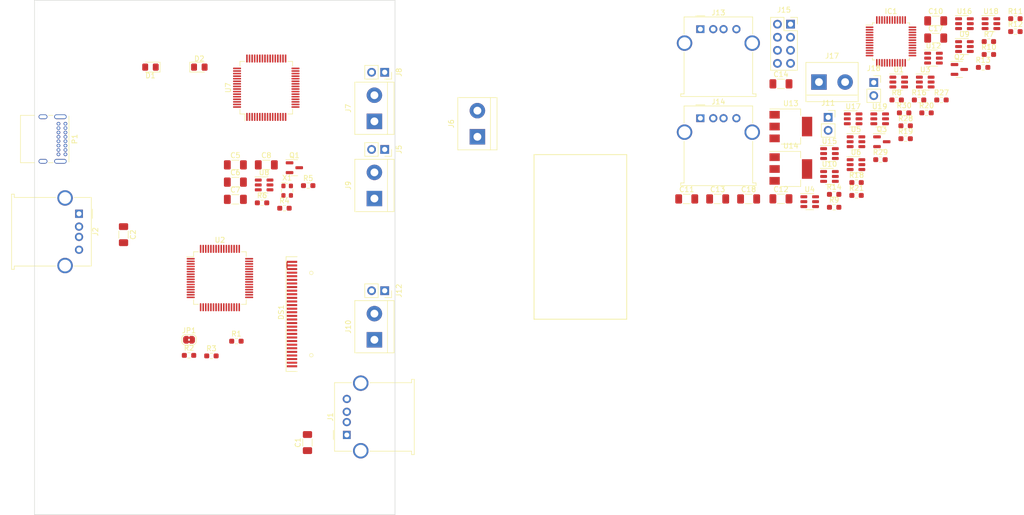
<source format=kicad_pcb>
(kicad_pcb (version 20211014) (generator pcbnew)
  (layers (0 "F.Cu" signal) (31 "B.Cu" signal) (34 "B.Paste" user) (35 "F.Paste" user) (36 "B.SilkS" user "B.Silkscreen") (37 "F.SilkS" user "F.Silkscreen") (38 "B.Mask" user) (39 "F.Mask" user) (44 "Edge.Cuts" user))
  (net 0 "")
  (net 1 "Net-(C1-Pad1)")
  (net 2 "GND")
  (net 3 "/USBx_5V")
  (net 4 "+1V8")
  (net 5 "Net-(IC1-Pad2)")
  (net 6 "Net-(IC1-Pad3)")
  (net 7 "/USB4_DM")
  (net 8 "/USB4_DP")
  (net 9 "/USB3_DM")
  (net 10 "/USB3_DP")
  (net 11 "/USB2_DM")
  (net 12 "/USB2_DP")
  (net 13 "/USB1_DM")
  (net 14 "/USB1_DP")
  (net 15 "Net-(IC1-Pad27)")
  (net 16 "/USBIN_M")
  (net 18 "/USBIN_P")
  (net 19 "/FT2232_DM")
  (net 21 "/FT2232_DP")
  (net 22 "/STM32_DM")
  (net 23 "/STM32_DP")
  (net 24 "/USBEXT_DM")
  (net 25 "/USBEXT_DP")
  (net 26 "/FE21_RST")
  (net 27 "VBUS")
  (net 38 "Net-(IC1-Pad44)")
  (net 39 "Net-(F1-Pad2)")
  (net 40 "Net-(J1-Pad2)")
  (net 41 "Net-(J1-Pad3)")
  (net 42 "Net-(J2-Pad2)")
  (net 43 "Net-(J2-Pad3)")
  (net 44 "Net-(J9-Pad1)")
  (net 45 "Net-(J6-Pad1)")
  (net 48 "Net-(J7-Pad1)")
  (net 51 "Net-(J10-Pad1)")
  (net 52 "Net-(J13-Pad2)")
  (net 53 "Net-(J13-Pad3)")
  (net 54 "Net-(J14-Pad2)")
  (net 55 "Net-(J14-Pad3)")
  (net 56 "Net-(J17-Pad1)")
  (net 66 "Net-(P1-PadA6)")
  (net 67 "Net-(P1-PadA7)")
  (net 68 "Net-(D1-Pad1)")
  (net 69 "Net-(D1-Pad2)")
  (net 70 "Net-(D2-Pad1)")
  (net 71 "Net-(D2-Pad2)")
  (net 73 "/USB1_PWR_ENA")
  (net 74 "Net-(Q1-Pad3)")
  (net 77 "/VBUS_SUCC_ENA")
  (net 79 "Net-(C9-Pad1)")
  (net 81 "Net-(Q3-Pad1)")
  (net 82 "/EXT_PS_DET")
  (net 83 "/EXT_PS_VLT")
  (net 84 "+VDC")
  (net 85 "Net-(R10-Pad1)")
  (net 86 "+VSW")
  (net 87 "/VPROG_PWM")
  (net 88 "/5V_VLT")
  (net 89 "/VPROG_VLT")
  (net 90 "Net-(U7-Pad6)")
  (net 91 "/FT2232_RST")
  (net 95 "Net-(U2-Pad12)")
  (net 97 "/EXT_PS_OUT_CURR")
  (net 98 "/5V_OUT_CURR")
  (net 99 "/3V3_OUT_CURR")
  (net 100 "/1V8_OUT_CURR")
  (net 101 "/VPROG_OUT_CURR")
  (net 102 "/5V_CURR")
  (net 103 "Net-(U7-Pad4)")
  (net 104 "/VCCIO_SEL")
  (net 105 "Net-(U7-Pad49)")
  (net 106 "Net-(U7-Pad61)")
  (net 107 "Net-(U7-Pad62)")
  (net 108 "/USB1_CURR")
  (net 109 "Net-(L1-Pad1)")
  (net 113 "Net-(L2-Pad1)")
  (net 119 "/TCK")
  (net 120 "/TDI")
  (net 121 "/TDO")
  (net 122 "/TMS")
  (net 123 "/UART_3V3")
  (net 124 "/RTS")
  (net 125 "/DTR")
  (net 126 "/RXD")
  (net 127 "/TXD")
  (net 128 "/UART_5V")
  (net 129 "Net-(JP1-Pad2)")
  (net 130 "+3V3")
  (net 189 "Net-(DS1-Pad2)")
  (net 190 "Net-(DS1-Pad3)")
  (net 191 "Net-(DS1-Pad4)")
  (net 192 "Net-(DS1-Pad5)")
  (net 193 "Net-(DS1-Pad27)")
  (net 194 "Net-(DS1-Pad26)")
  (net 195 "/OLED_CS")
  (net 196 "/OLED_RST")
  (net 197 "Net-(DS1-Pad15)")
  (net 198 "/OLED_CLK")
  (net 199 "/OLED_MOSI")
  (net 200 "+5V")
  (footprint "Capacitor_SMD:C_1206_3216Metric_Pad1.33x1.80mm_HandSolder" (layer "F.Cu") (at 117.28 75.5625 -90)
    (fp_text reference "C2")
    (fp_text value "10u")
  )
  (footprint "Package_TO_SOT_SMD:SOT-23-6" (layer "F.Cu") (at 259.52 61.95)
    (fp_text reference "U6")
    (fp_text value "INA181")
  )
  (footprint "Capacitor_SMD:C_1206_3216Metric_Pad1.33x1.80mm_HandSolder" (layer "F.Cu") (at 139 65.35)
    (fp_text reference "C6")
    (fp_text value "10u")
  )
  (footprint "Capacitor_SMD:C_1206_3216Metric_Pad1.33x1.80mm_HandSolder" (layer "F.Cu") (at 244.95 46.25)
    (fp_text reference "C14")
    (fp_text value "10u")
  )
  (footprint "Package_QFP:LQFP-64_10x10mm_P0.5mm" (layer "F.Cu") (at 145 47 90)
    (fp_text reference "U7")
    (fp_text value "FT2232HL")
  )
  (footprint "Connector_USB:USB_A_Molex_67643_Horizontal" (layer "F.Cu") (at 108.64 71.5 -90)
    (fp_text reference "J2")
    (fp_text value "USB2")
  )
  (footprint "Capacitor_SMD:C_1206_3216Metric_Pad1.33x1.80mm_HandSolder" (layer "F.Cu") (at 226.65 68.62)
    (fp_text reference "C11")
    (fp_text value "10u")
  )
  (footprint "Connector_PinSocket_2.54mm:PinSocket_1x02_P2.54mm_Vertical" (layer "F.Cu") (at 262.97 46)
    (fp_text reference "J18")
    (fp_text value "EXT_PS_OUT")
  )
  (footprint "Capacitor_SMD:C_1206_3216Metric_Pad1.33x1.80mm_HandSolder" (layer "F.Cu") (at 244.95 68.6)
    (fp_text reference "C12")
    (fp_text value "10u")
  )
  (footprint "Connector_USB:USB_A_Molex_67643_Horizontal" (layer "F.Cu") (at 229.298208 35.62)
    (fp_text reference "J13")
    (fp_text value "USB2")
  )
  (footprint "Connector_USB:USB_C_Receptacle_GCT_USB4085" (layer "F.Cu") (at 106 54 -90)
    (fp_text reference "P1")
    (fp_text value "USB_C_Plug_USB2.0")
  )
  (footprint "Display:OLED-128O064D" (layer "F.Cu") (at 150 91 -90)
    (fp_text reference "DS1")
    (fp_text value "OLED-128O064D")
  )
  (footprint "Capacitor_SMD:C_1206_3216Metric_Pad1.33x1.80mm_HandSolder" (layer "F.Cu") (at 238.67 68.62)
    (fp_text reference "C18")
    (fp_text value "10u")
  )
  (footprint "Capacitor_SMD:C_1206_3216Metric_Pad1.33x1.80mm_HandSolder" (layer "F.Cu") (at 139 62)
    (fp_text reference "C5")
    (fp_text value "10u")
  )
  (footprint "Package_TO_SOT_SMD:SOT-23-6" (layer "F.Cu") (at 285.73 34.55)
    (fp_text reference "U18")
    (fp_text value "USBLC6-2SC6")
  )
  (footprint "Package_TO_SOT_SMD:SOT-23-6" (layer "F.Cu") (at 259.52 57.5)
    (fp_text reference "U5")
    (fp_text value "INA181")
  )
  (footprint "Resistor_SMD:R_0603_1608Metric_Pad0.98x0.95mm_HandSolder" (layer "F.Cu") (at 285.33 38.03)
    (fp_text reference "R7")
    (fp_text value "100k")
  )
  (footprint "Package_QFP:LQFP-48_7x7mm_P0.5mm" (layer "F.Cu") (at 266.32 38)
    (fp_text reference "IC1")
    (fp_text value "FE2.1")
  )
  (footprint "Resistor_SMD:R_0603_1608Metric_Pad0.98x0.95mm_HandSolder" (layer "F.Cu") (at 268.87 51.89)
    (fp_text reference "R30")
    (fp_text value "100k")
  )
  (footprint "Jumper:SolderJumper-2_P1.3mm_Bridged2Bar_RoundedPad1.0x1.5mm" (layer "F.Cu") (at 130 96)
    (fp_text reference "JP1")
    (fp_text value "SWD_ENA")
  )
  (footprint "Resistor_SMD:R_0603_1608Metric_Pad0.98x0.95mm_HandSolder" (layer "F.Cu") (at 259.63 65.43)
    (fp_text reference "R18")
    (fp_text value "100k")
  )
  (footprint "Resistor_SMD:R_0603_1608Metric_Pad0.98x0.95mm_HandSolder" (layer "F.Cu") (at 139.2 96.27)
    (fp_text reference "R1")
    (fp_text value "470")
  )
  (footprint "Package_TO_SOT_SMD:SOT-23" (layer "F.Cu") (at 150.46 62.55)
    (fp_text reference "Q1")
    (fp_text value "AO3401A")
  )
  (footprint "Resistor_SMD:R_0603_1608Metric_Pad0.98x0.95mm_HandSolder" (layer "F.Cu") (at 134.35 99.13)
    (fp_text reference "R3")
    (fp_text value "470")
  )
  (footprint "TerminalBlock:TerminalBlock_bornier-2_P5.08mm" (layer "F.Cu") (at 166 96 90)
    (fp_text reference "J10")
    (fp_text value "VPROG_OUT")
  )
  (footprint "Resistor_SMD:R_0603_1608Metric_Pad0.98x0.95mm_HandSolder" (layer "F.Cu") (at 285.33 40.54)
    (fp_text reference "R10")
    (fp_text value "60k")
  )
  (footprint "Resistor_SMD:R_0603_1608Metric_Pad0.98x0.95mm_HandSolder" (layer "F.Cu") (at 269.16 56.91)
    (fp_text reference "R19")
    (fp_text value "100k")
  )
  (footprint "Resistor_SMD:R_0603_1608Metric_Pad0.98x0.95mm_HandSolder" (layer "F.Cu") (at 259.63 67.94)
    (fp_text reference "R21")
    (fp_text value "100k")
  )
  (footprint "Resistor_SMD:R_0603_1608Metric_Pad0.98x0.95mm_HandSolder" (layer "F.Cu") (at 130 99.03)
    (fp_text reference "R2")
    (fp_text value "470")
  )
  (footprint "Package_TO_SOT_SMD:SOT-23-6" (layer "F.Cu") (at 267.82 45.9)
    (fp_text reference "U1")
    (fp_text value "USBLC6-2SC6")
  )
  (footprint "Connector_USB:USB_A_Molex_67643_Horizontal" (layer "F.Cu") (at 229.298208 52.93)
    (fp_text reference "J14")
    (fp_text value "USB2")
  )
  (footprint "Package_TO_SOT_SMD:SOT-23-6" (layer "F.Cu") (at 254.37 64.25)
    (fp_text reference "U10")
    (fp_text value "TPS565208")
  )
  (footprint "Package_TO_SOT_SMD:SOT-23" (layer "F.Cu") (at 279.59 43.45)
    (fp_text reference "Q2")
    (fp_text value "AO3401A")
  )
  (footprint "Resistor_SMD:R_0603_1608Metric_Pad0.98x0.95mm_HandSolder" (layer "F.Cu") (at 290.48 33.58)
    (fp_text reference "R11")
    (fp_text value "40k")
  )
  (footprint "LED_SMD:LED_0805_2012Metric_Pad1.15x1.40mm_HandSolder" (layer "F.Cu") (at 132 43)
    (fp_text reference "D2")
    (fp_text value "LED")
  )
  (footprint "Package_TO_SOT_SMD:SOT-23-6" (layer "F.Cu") (at 272.97 45.9)
    (fp_text reference "U3")
    (fp_text value "INA181")
  )
  (footprint "Package_TO_SOT_SMD:SOT-23-6" (layer "F.Cu") (at 264.12 53.05)
    (fp_text reference "U19")
    (fp_text value "INA181")
  )
  (footprint "Resistor_SMD:R_0603_1608Metric_Pad0.98x0.95mm_HandSolder" (layer "F.Cu") (at 269.16 54.4)
    (fp_text reference "R28")
    (fp_text value "100k")
  )
  (footprint "Capacitor_SMD:C_1206_3216Metric_Pad1.33x1.80mm_HandSolder" (layer "F.Cu") (at 275 34)
    (fp_text reference "C10")
    (fp_text value "10u")
  )
  (footprint "Package_TO_SOT_SMD:SOT-23-6" (layer "F.Cu") (at 280.58 34.55)
    (fp_text reference "U16")
    (fp_text value "USBLC6-2SC6")
  )
  (footprint "LED_SMD:LED_0805_2012Metric_Pad1.15x1.40mm_HandSolder" (layer "F.Cu") (at 122.5125 43 180)
    (fp_text reference "D1")
    (fp_text value "LED")
  )
  (footprint "Resistor_SMD:R_0603_1608Metric_Pad0.98x0.95mm_HandSolder" (layer "F.Cu") (at 153.14 66.03)
    (fp_text reference "R5")
    (fp_text value "10k")
  )
  (footprint "Capacitor_SMD:C_1206_3216Metric_Pad1.33x1.80mm_HandSolder" (layer "F.Cu") (at 232.66 68.62)
    (fp_text reference "C13")
    (fp_text value "10u")
  )
  (footprint "Resistor_SMD:R_0603_1608Metric_Pad0.98x0.95mm_HandSolder" (layer "F.Cu") (at 148.53 70.42)
    (fp_text reference "R4")
    (fp_text value "10k")
  )
  (footprint "Package_QFP:LQFP-64_10x10mm_P0.5mm" (layer "F.Cu") (at 136 84)
    (fp_text reference "U2")
    (fp_text value "STM32F103RBTx")
  )
  (footprint "Capacitor_SMD:C_1206_3216Metric_Pad1.33x1.80mm_HandSolder" (layer "F.Cu") (at 139 68.7)
    (fp_text reference "C7")
    (fp_text value "10u")
  )
  (footprint "TerminalBlock:TerminalBlock_bornier-2_P5.08mm" (layer "F.Cu") (at 252.33 45.9)
    (fp_text reference "J17")
    (fp_text value "EXT_PS_OUT")
  )
  (footprint "Resistor_SMD:R_0603_1608Metric_Pad0.98x0.95mm_HandSolder" (layer "F.Cu") (at 144.18 69.38)
    (fp_text reference "R6")
    (fp_text value "100k")
  )
  (footprint "Package_TO_SOT_SMD:SOT-23-6" (layer "F.Cu") (at 280.58 39)
    (fp_text reference "U9")
    (fp_text value "INA181")
  )
  (footprint "Capacitor_SMD:C_1206_3216Metric_Pad1.33x1.80mm_HandSolder" (layer "F.Cu") (at 145.01 62)
    (fp_text reference "C8")
    (fp_text value "10u")
  )
  (footprint "Capacitor_SMD:C_1206_3216Metric_Pad1.33x1.80mm_HandSolder" (layer "F.Cu") (at 153 115.9775 90)
    (fp_text reference "C1")
    (fp_text value "10u")
  )
  (footprint "Connector_PinSocket_2.54mm:PinSocket_1x02_P2.54mm_Vertical" (layer "F.Cu") (at 254.12 52.75)
    (fp_text reference "J11")
    (fp_text value "1V8_OUT")
  )
  (footprint "Package_TO_SOT_SMD:SOT-23-6" (layer "F.Cu") (at 144.58 65.9)
    (fp_text reference "U8")
    (fp_text value "INA181")
  )
  (footprint "Package_TO_SOT_SMD:SOT-23" (layer "F.Cu") (at 264.54 57.5)
    (fp_text reference "Q3")
    (fp_text value "AO3401A")
  )
  (footprint "Package_TO_SOT_SMD:SOT-23-6" (layer "F.Cu") (at 258.97 53.05)
    (fp_text reference "U17")
    (fp_text value "USBLC6-2SC6")
  )
  (footprint "Resistor_SMD:R_0603_1608Metric_Pad0.98x0.95mm_HandSolder" (layer "F.Cu") (at 264.27 60.98)
    (fp_text reference "R29")
    (fp_text value "100k")
  )
  (footprint "Package_TO_SOT_SMD:SOT-223-3_TabPin2" (layer "F.Cu") (at 246.87 54.55)
    (fp_text reference "U13")
    (fp_text value "AP1117-18")
  )
  (footprint "Resistor_SMD:R_0603_1608Metric_Pad0.98x0.95mm_HandSolder" (layer "F.Cu") (at 255.28 67.73)
    (fp_text reference "R14")
    (fp_text value "100k")
  )
  (footprint "Resistor_SMD:R_0603_1608Metric_Pad0.98x0.95mm_HandSolder" (layer "F.Cu") (at 271.77 49.38)
    (fp_text reference "R16")
    (fp_text value "100k")
  )
  (footprint "TerminalBlock:TerminalBlock_bornier-2_P5.08mm" (layer "F.Cu") (at 166 68.54 90)
    (fp_text reference "J9")
    (fp_text value "3V3_OUT")
  )
  (footprint "Capacitor_SMD:C_1206_3216Metric_Pad1.33x1.80mm_HandSolder" (layer "F.Cu") (at 275 37.35)
    (fp_text reference "C17")
    (fp_text value "10u")
  )
  (footprint "Package_TO_SOT_SMD:SOT-23-6" (layer "F.Cu") (at 250.53 69.15)
    (fp_text reference "U4")
    (fp_text value "INA181")
  )
  (footprint "Resistor_SMD:R_0603_1608Metric_Pad0.98x0.95mm_HandSolder" (layer "F.Cu") (at 255.28 70.24)
    (fp_text reference "R9")
    (fp_text value "100k")
  )
  (footprint "TerminalBlock:TerminalBlock_bornier-2_P5.08mm" (layer "F.Cu") (at 186 56.54 90)
    (fp_text reference "J6")
    (fp_text value "1V8_OUT")
  )
  (footprint "Connector_PinSocket_2.54mm:PinSocket_1x02_P2.54mm_Vertical" (layer "F.Cu") (at 168 86.46 -90)
    (fp_text reference "J12")
    (fp_text value "VPROG_OUT")
  )
  (footprint "Resistor_SMD:R_0603_1608Metric_Pad0.98x0.95mm_HandSolder" (layer "F.Cu") (at 267.42 49.38)
    (fp_text reference "R8")
    (fp_text value "470k")
  )
  (footprint "Resistor_SMD:R_0603_1608Metric_Pad0.98x0.95mm_HandSolder" (layer "F.Cu") (at 276.12 49.38)
    (fp_text reference "R27")
    (fp_text value "100k")
  )
  (footprint "Connector_PinSocket_2.54mm:PinSocket_1x02_P2.54mm_Vertical" (layer "F.Cu") (at 168 59 -90)
    (fp_text reference "J5")
    (fp_text value "3V3_OUT")
  )
  (footprint "Connector_USB:USB_A_Molex_67643_Horizontal" (layer "F.Cu") (at 160.64 114.5 90)
    (fp_text reference "J1")
    (fp_text value "USB1")
  )
  (footprint "Connector_PinSocket_2.54mm:PinSocket_2x04_P2.54mm_Vertical" (layer "F.Cu") (at 246.81 34.65)
    (fp_text reference "J15")
    (fp_text value "UART_OUT")
  )
  (footprint "Package_TO_SOT_SMD:SOT-223-3_TabPin2" (layer "F.Cu") (at 246.87 62.8)
    (fp_text reference "U14")
    (fp_text value "AP1117-33")
  )
  (footprint "Resistor_SMD:R_0603_1608Metric_Pad0.98x0.95mm_HandSolder" (layer "F.Cu") (at 284.21 43.05)
    (fp_text reference "R13")
    (fp_text value "0R")
  )
  (footprint "Oscillator:Oscillator_SMD_ECS_2520MV-xxx-xx-4Pin_2.5x2.0mm" (layer "F.Cu") (at 149.06 67.015)
    (fp_text reference "X1")
    (fp_text value "ECS-2520MV-xxx-xx")
  )
  (footprint "Connector_PinSocket_2.54mm:PinSocket_1x02_P2.54mm_Vertical" (layer "F.Cu") (at 168 44 -90)
    (fp_text reference "J8")
    (fp_text value "5V_OUT")
  )
  (footprint "Resistor_SMD:R_0603_1608Metric_Pad0.98x0.95mm_HandSolder" (layer "F.Cu") (at 273.22 51.89)
    (fp_text reference "R20")
    (fp_text value "100k")
  )
  (footprint "Resistor_SMD:R_0603_1608Metric_Pad0.98x0.95mm_HandSolder" (layer "F.Cu") (at 290.48 36.09)
    (fp_text reference "R12")
    (fp_text value "40k")
  )
  (footprint "Package_TO_SOT_SMD:SOT-23-6" (layer "F.Cu") (at 274.57 41.25)
    (fp_text reference "U12")
    (fp_text value "TPS565208")
  )
  (footprint "Package_TO_SOT_SMD:SOT-23-6" (layer "F.Cu") (at 254.37 59.8)
    (fp_text reference "U15")
    (fp_text value "USBLC6-2SC6")
  )
  (footprint "TerminalBlock:TerminalBlock_bornier-2_P5.08mm" (layer "F.Cu") (at 166 53.54 90)
    (fp_text reference "J7")
    (fp_text value "5V_OUT")
  )
  (gr_line (start 215 60) (end 197 60) (layer "F.SilkS") (width 0.15))
  (gr_line (start 215 92) (end 215 60) (layer "F.SilkS") (width 0.15))
  (gr_line (start 197 92) (end 197 60) (layer "F.SilkS") (width 0.15))
  (gr_line (start 215 92) (end 197 92) (layer "F.SilkS") (width 0.15))
  (gr_line (start 100 30) (end 100 130) (layer "Edge.Cuts") (width 0.1))
  (gr_line (start 170 130) (end 170 30) (layer "Edge.Cuts") (width 0.1))
  (gr_line (start 100 130) (end 170 130) (layer "Edge.Cuts") (width 0.1))
  (gr_line (start 170 30) (end 100 30) (layer "Edge.Cuts") (width 0.1))
  (segment (start 149 82) (end 149 81) (width 0.25) (layer "F.Cu") (net 189))
)
</source>
